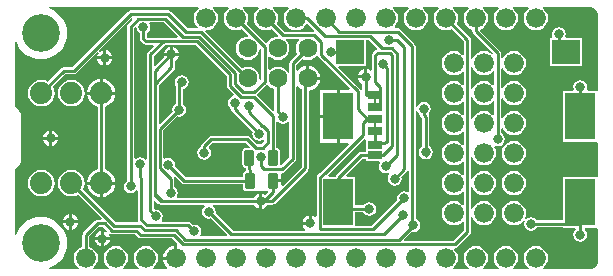
<source format=gbl>
G04 Layer_Physical_Order=2*
G04 Layer_Color=16711680*
%FSLAX44Y44*%
%MOMM*%
G71*
G01*
G75*
%ADD10R,2.5000X4.0000*%
%ADD11R,2.3400X2.0000*%
%ADD16C,0.2200*%
%ADD17C,0.2500*%
%ADD18C,0.2032*%
%ADD19C,1.6760*%
%ADD20C,3.2004*%
%ADD21C,1.6764*%
%ADD22C,1.8796*%
%ADD23C,1.6000*%
%ADD24C,0.8000*%
%ADD25R,1.2700X0.6350*%
G04:AMPARAMS|DCode=26|XSize=1.3mm|YSize=0.8mm|CornerRadius=0.1mm|HoleSize=0mm|Usage=FLASHONLY|Rotation=270.000|XOffset=0mm|YOffset=0mm|HoleType=Round|Shape=RoundedRectangle|*
%AMROUNDEDRECTD26*
21,1,1.3000,0.6000,0,0,270.0*
21,1,1.1000,0.8000,0,0,270.0*
1,1,0.2000,-0.3000,-0.5500*
1,1,0.2000,-0.3000,0.5500*
1,1,0.2000,0.3000,0.5500*
1,1,0.2000,0.3000,-0.5500*
%
%ADD26ROUNDEDRECTD26*%
G36*
X192479Y44824D02*
X193410Y43610D01*
X195458Y42040D01*
X197443Y41217D01*
Y23535D01*
X196173Y23008D01*
X182746Y36435D01*
X182789Y36876D01*
X190825Y44911D01*
X192479Y44824D01*
D02*
G37*
G36*
X366158Y32966D02*
X367789Y30840D01*
X369916Y29208D01*
X372392Y28182D01*
X375050Y27832D01*
X377707Y28182D01*
X380184Y29208D01*
X382310Y30840D01*
X382773Y31443D01*
X384043Y31012D01*
Y19788D01*
X382773Y19357D01*
X382310Y19960D01*
X380184Y21592D01*
X377707Y22618D01*
X375050Y22968D01*
X372392Y22618D01*
X369916Y21592D01*
X367789Y19960D01*
X366158Y17834D01*
X365383Y15963D01*
X364113Y16216D01*
Y34584D01*
X365383Y34837D01*
X366158Y32966D01*
D02*
G37*
G36*
X157143Y52675D02*
Y44428D01*
X157368Y43297D01*
X158009Y42337D01*
X163281Y37065D01*
X162863Y35687D01*
X161737Y35464D01*
X159818Y34182D01*
X158537Y32263D01*
X158086Y30000D01*
X158537Y27737D01*
X159818Y25818D01*
X161043Y25000D01*
Y24658D01*
X161268Y23526D01*
X161909Y22567D01*
X179254Y5223D01*
X178966Y3778D01*
X179417Y1515D01*
X180698Y-404D01*
X182617Y-1685D01*
X184880Y-2136D01*
X187143Y-1685D01*
X187668Y-1335D01*
X188988Y-1973D01*
X189076Y-2742D01*
X186525Y-5293D01*
X183240D01*
X176856Y1091D01*
X175897Y1732D01*
X174766Y1957D01*
X144000D01*
X142868Y1732D01*
X141909Y1091D01*
X136209Y-4609D01*
X135569Y-5568D01*
X135343Y-6700D01*
Y-7300D01*
X134119Y-8119D01*
X132837Y-10037D01*
X132387Y-12300D01*
X132837Y-14563D01*
X134119Y-16482D01*
X136037Y-17764D01*
X138300Y-18214D01*
X140563Y-17764D01*
X142482Y-16482D01*
X143764Y-14563D01*
X144214Y-12300D01*
X143764Y-10037D01*
X142482Y-8119D01*
X142464Y-8106D01*
X142339Y-6842D01*
X145225Y-3957D01*
X173541D01*
X176806Y-7222D01*
X176320Y-8395D01*
X173500D01*
X172407Y-8612D01*
X171481Y-9231D01*
X170863Y-10157D01*
X170645Y-11250D01*
Y-22250D01*
X170863Y-23342D01*
X171481Y-24269D01*
X172407Y-24887D01*
X173500Y-25105D01*
X173543D01*
Y-26452D01*
X173591Y-26691D01*
X173712Y-27610D01*
X172676Y-28109D01*
X172658Y-28112D01*
X171731Y-28731D01*
X171112Y-29657D01*
X170895Y-30750D01*
Y-33293D01*
X122755D01*
X113290Y-23829D01*
X113578Y-22384D01*
X113127Y-20121D01*
X111846Y-18202D01*
X109927Y-16920D01*
X107664Y-16470D01*
X105401Y-16920D01*
X104841Y-17295D01*
X103721Y-16696D01*
Y6575D01*
X115617Y18472D01*
X117062Y18184D01*
X119325Y18635D01*
X121244Y19916D01*
X122526Y21835D01*
X122976Y24098D01*
X122526Y26361D01*
X121244Y28280D01*
X120019Y29098D01*
Y41482D01*
X121357Y41748D01*
X123276Y43030D01*
X124558Y44949D01*
X125008Y47212D01*
X124558Y49475D01*
X123276Y51394D01*
X121357Y52675D01*
X119094Y53126D01*
X116831Y52675D01*
X114912Y51394D01*
X113631Y49475D01*
X113180Y47212D01*
X113631Y44949D01*
X114105Y44239D01*
Y29098D01*
X112880Y28280D01*
X111599Y26361D01*
X111148Y24098D01*
X111436Y22653D01*
X100894Y12112D01*
X99721Y12598D01*
Y44993D01*
X112549Y57821D01*
X113190Y58780D01*
X113415Y59912D01*
Y64980D01*
X113756Y65121D01*
X115122Y66170D01*
X115129Y66179D01*
X115139Y66186D01*
X116187Y67552D01*
X116846Y69143D01*
X116903Y69580D01*
X110474D01*
Y70850D01*
X110458D01*
Y69564D01*
X104029D01*
X104086Y69127D01*
X104228Y68785D01*
X96808Y61366D01*
X95635Y61852D01*
Y69609D01*
X105079Y79053D01*
X130765D01*
X157143Y52675D01*
D02*
G37*
G36*
X284228Y76398D02*
X284148Y75775D01*
X283880Y74950D01*
X283099Y74429D01*
X280833Y72163D01*
X280192Y71203D01*
X279967Y70072D01*
Y57855D01*
X278697Y57229D01*
X278348Y57497D01*
X276757Y58156D01*
X276320Y58213D01*
Y51784D01*
X275050D01*
Y50514D01*
X268621D01*
X268678Y50077D01*
X269337Y48486D01*
X270386Y47120D01*
X271752Y46071D01*
X272093Y45930D01*
Y41555D01*
X270916Y40799D01*
X270823Y40811D01*
X270241Y41683D01*
X251796Y60127D01*
X252283Y61300D01*
X275500D01*
Y83117D01*
X277509D01*
X284228Y76398D01*
D02*
G37*
G36*
X159191Y109900D02*
X157838Y108862D01*
X156206Y106735D01*
X155180Y104258D01*
X154830Y101600D01*
X155180Y98942D01*
X156206Y96465D01*
X157838Y94338D01*
X159965Y92706D01*
X162442Y91680D01*
X165100Y91330D01*
X167758Y91680D01*
X169936Y92582D01*
X175540Y86979D01*
X175379Y86653D01*
X174857Y85865D01*
X172442Y85548D01*
X170058Y84560D01*
X168011Y82989D01*
X166440Y80942D01*
X165452Y78558D01*
X165115Y76000D01*
X165452Y73442D01*
X166440Y71058D01*
X168011Y69010D01*
X170058Y67440D01*
X172442Y66452D01*
X175000Y66115D01*
X177558Y66452D01*
X179942Y67440D01*
X181989Y69010D01*
X183560Y71058D01*
X184548Y73442D01*
X184748Y74962D01*
X186120Y75710D01*
X186282Y75632D01*
X186495Y75378D01*
Y49374D01*
X185951Y48967D01*
X184761Y49664D01*
X184884Y50600D01*
X184548Y53158D01*
X183560Y55542D01*
X181989Y57589D01*
X179942Y59160D01*
X177558Y60148D01*
X175000Y60484D01*
X172442Y60148D01*
X170254Y59241D01*
X139263Y90233D01*
X139931Y91361D01*
X142358Y91680D01*
X144835Y92706D01*
X146962Y94338D01*
X148594Y96465D01*
X149620Y98942D01*
X149970Y101600D01*
X149620Y104258D01*
X148594Y106735D01*
X146962Y108862D01*
X145609Y109900D01*
X146040Y111170D01*
X158760D01*
X159191Y109900D01*
D02*
G37*
G36*
X366158Y58366D02*
X367789Y56240D01*
X369916Y54608D01*
X372392Y53582D01*
X375050Y53232D01*
X377707Y53582D01*
X380184Y54608D01*
X382310Y56240D01*
X382773Y56843D01*
X384043Y56412D01*
Y45188D01*
X382773Y44757D01*
X382310Y45360D01*
X380184Y46992D01*
X377707Y48018D01*
X375050Y48368D01*
X372392Y48018D01*
X369916Y46992D01*
X367789Y45360D01*
X366158Y43234D01*
X365383Y41363D01*
X364113Y41616D01*
Y59984D01*
X365383Y60237D01*
X366158Y58366D01*
D02*
G37*
G36*
X81034Y93641D02*
X81372Y91939D01*
X82654Y90020D01*
X83879Y89202D01*
Y84296D01*
X84104Y83165D01*
X84745Y82205D01*
X87031Y79919D01*
X87991Y79278D01*
X89122Y79053D01*
X95056D01*
X95542Y77880D01*
X90587Y72925D01*
X89946Y71965D01*
X89721Y70834D01*
Y-17837D01*
X88451Y-18222D01*
X88182Y-17818D01*
X86263Y-16537D01*
X84000Y-16086D01*
X81737Y-16537D01*
X80141Y-17603D01*
X78871Y-17125D01*
Y93273D01*
X79708Y94110D01*
X81034Y93641D01*
D02*
G37*
G36*
X275060Y-19635D02*
X286431D01*
X287110Y-20905D01*
X286637Y-21613D01*
X286186Y-23876D01*
X286637Y-26139D01*
X287918Y-28058D01*
X289837Y-29339D01*
X292100Y-29790D01*
X294329Y-29346D01*
X294436Y-29444D01*
X295093Y-30379D01*
X293971Y-32059D01*
X293520Y-34322D01*
X293971Y-36585D01*
X295252Y-38504D01*
X297171Y-39785D01*
X299434Y-40236D01*
X301697Y-39785D01*
X303616Y-38504D01*
X304897Y-36585D01*
X305348Y-34322D01*
X305060Y-32877D01*
X309653Y-28285D01*
X309981Y-27793D01*
X311251Y-28178D01*
Y-45398D01*
X310131Y-45997D01*
X309571Y-45623D01*
X307308Y-45172D01*
X305045Y-45623D01*
X303126Y-46904D01*
X301845Y-48823D01*
X301394Y-51086D01*
X301682Y-52531D01*
X279898Y-74314D01*
X266020D01*
Y-62933D01*
X273098D01*
X273916Y-64158D01*
X275835Y-65440D01*
X278098Y-65890D01*
X280361Y-65440D01*
X282280Y-64158D01*
X283561Y-62239D01*
X284012Y-59976D01*
X283561Y-57713D01*
X282280Y-55794D01*
X280361Y-54513D01*
X278098Y-54062D01*
X275835Y-54513D01*
X273916Y-55794D01*
X273098Y-57019D01*
X266020D01*
Y-32570D01*
X258916D01*
X258431Y-31397D01*
X272211Y-17617D01*
X275060D01*
Y-19635D01*
D02*
G37*
G36*
X56371Y-78510D02*
X55532Y-79467D01*
X55298Y-79287D01*
X53707Y-78628D01*
X53270Y-78571D01*
Y-83730D01*
X58429D01*
X58372Y-83293D01*
X57713Y-81702D01*
X57415Y-81314D01*
X58252Y-80391D01*
X59212Y-81032D01*
X60343Y-81257D01*
X79550D01*
X82383Y-84091D01*
X83343Y-84732D01*
X84474Y-84957D01*
X111118D01*
X115719Y-89558D01*
X115570Y-89860D01*
Y-101600D01*
X114300D01*
Y-102870D01*
X103451D01*
X103659Y-104451D01*
X104760Y-107108D01*
X106510Y-109390D01*
X107175Y-109900D01*
X106744Y-111170D01*
X95240D01*
X94809Y-109900D01*
X96162Y-108862D01*
X97794Y-106735D01*
X98820Y-104258D01*
X99170Y-101600D01*
X98820Y-98942D01*
X97794Y-96465D01*
X96162Y-94338D01*
X94035Y-92706D01*
X91558Y-91680D01*
X88900Y-91330D01*
X86242Y-91680D01*
X83765Y-92706D01*
X81638Y-94338D01*
X80006Y-96465D01*
X78980Y-98942D01*
X78630Y-101600D01*
X78980Y-104258D01*
X80006Y-106735D01*
X81638Y-108862D01*
X82991Y-109900D01*
X82560Y-111170D01*
X69840D01*
X69409Y-109900D01*
X70762Y-108862D01*
X72394Y-106735D01*
X73420Y-104258D01*
X73770Y-101600D01*
X73420Y-98942D01*
X72394Y-96465D01*
X70762Y-94338D01*
X68635Y-92706D01*
X66158Y-91680D01*
X63500Y-91330D01*
X60842Y-91680D01*
X58365Y-92706D01*
X56238Y-94338D01*
X54606Y-96465D01*
X53580Y-98942D01*
X53230Y-101600D01*
X53580Y-104258D01*
X54606Y-106735D01*
X56238Y-108862D01*
X57591Y-109900D01*
X57160Y-111170D01*
X44440D01*
X44009Y-109900D01*
X45362Y-108862D01*
X46994Y-106735D01*
X48020Y-104258D01*
X48370Y-101600D01*
X48020Y-98942D01*
X46994Y-96465D01*
X45362Y-94338D01*
X43235Y-92706D01*
X41057Y-91804D01*
Y-83125D01*
X49225Y-74957D01*
X52818D01*
X56371Y-78510D01*
D02*
G37*
G36*
X99477Y-55505D02*
X100436Y-56146D01*
X101568Y-56371D01*
X138299D01*
X138684Y-57641D01*
X138026Y-58080D01*
X136744Y-59999D01*
X136294Y-62262D01*
X136744Y-64525D01*
X138026Y-66444D01*
X139945Y-67726D01*
X142208Y-68176D01*
X143653Y-67888D01*
X157634Y-81870D01*
X157148Y-83043D01*
X135621D01*
X135022Y-81923D01*
X135463Y-81263D01*
X135914Y-79000D01*
X135463Y-76737D01*
X134182Y-74818D01*
X132263Y-73537D01*
X130000Y-73086D01*
X128736Y-73338D01*
X127049Y-71651D01*
X126040Y-70977D01*
X124850Y-70740D01*
X102931D01*
X102253Y-69470D01*
X102842Y-68589D01*
X103292Y-66326D01*
X102842Y-64063D01*
X101560Y-62144D01*
X99641Y-60862D01*
X97378Y-60412D01*
X96857Y-60516D01*
X95635Y-59488D01*
Y-53322D01*
X96808Y-52836D01*
X99477Y-55505D01*
D02*
G37*
G36*
X200818Y13818D02*
X202737Y12536D01*
X205000Y12086D01*
X207263Y12536D01*
X209101Y13765D01*
X210025Y13563D01*
X210371Y13457D01*
Y-16079D01*
X203513Y-22938D01*
X202400Y-22343D01*
X202355Y-22250D01*
Y-11250D01*
X202138Y-10157D01*
X201519Y-9231D01*
X200592Y-8612D01*
X199500Y-8395D01*
X199457D01*
Y13570D01*
X200727Y13956D01*
X200818Y13818D01*
D02*
G37*
G36*
X275060Y-1174D02*
Y-11703D01*
X270986D01*
X269855Y-11928D01*
X268895Y-12569D01*
X249629Y-31835D01*
X249138Y-32570D01*
X243663D01*
X243137Y-31300D01*
X273790Y-648D01*
X275060Y-1174D01*
D02*
G37*
G36*
X218283Y43083D02*
X220484Y41393D01*
X220785Y41269D01*
Y-24461D01*
X204629Y-40617D01*
X203359Y-40091D01*
Y-37520D01*
X196750D01*
Y-34980D01*
X203359D01*
Y-30750D01*
X203287Y-30387D01*
X203858Y-29691D01*
X204379Y-29366D01*
X205315Y-29180D01*
X206275Y-28539D01*
X215419Y-19395D01*
X216060Y-18435D01*
X216285Y-17304D01*
Y43600D01*
X217555Y44031D01*
X218283Y43083D01*
D02*
G37*
G36*
X116079Y86140D02*
X115593Y84967D01*
X90347D01*
X89793Y85521D01*
Y89202D01*
X91018Y90020D01*
X92299Y91939D01*
X92750Y94202D01*
X92299Y96465D01*
X91925Y97025D01*
X92524Y98145D01*
X104073D01*
X116079Y86140D01*
D02*
G37*
G36*
X184591Y109900D02*
X183238Y108862D01*
X181606Y106735D01*
X180580Y104258D01*
X180230Y101600D01*
X180580Y98942D01*
X181606Y96465D01*
X183238Y94338D01*
X185365Y92706D01*
X187842Y91680D01*
X190500Y91330D01*
X193158Y91680D01*
X195336Y92582D01*
X200940Y86979D01*
X200779Y86653D01*
X200257Y85865D01*
X197842Y85548D01*
X195458Y84560D01*
X193410Y82989D01*
X191840Y80942D01*
X191721Y80654D01*
X190475Y80407D01*
X174118Y96764D01*
X175020Y98942D01*
X175370Y101600D01*
X175020Y104258D01*
X173994Y106735D01*
X172362Y108862D01*
X171009Y109900D01*
X171440Y111170D01*
X184160D01*
X184591Y109900D01*
D02*
G37*
G36*
X362391D02*
X361038Y108862D01*
X359406Y106735D01*
X358380Y104258D01*
X358030Y101600D01*
X358380Y98942D01*
X359406Y96465D01*
X361038Y94338D01*
X363165Y92706D01*
X365343Y91804D01*
Y90700D01*
X365568Y89569D01*
X366209Y88609D01*
X382942Y71877D01*
X382103Y70920D01*
X380184Y72392D01*
X377707Y73418D01*
X375050Y73768D01*
X372392Y73418D01*
X369916Y72392D01*
X367789Y70760D01*
X366158Y68634D01*
X365383Y66763D01*
X364113Y67016D01*
Y83344D01*
X363888Y84475D01*
X363247Y85435D01*
X351918Y96764D01*
X352820Y98942D01*
X353170Y101600D01*
X352820Y104258D01*
X351794Y106735D01*
X350162Y108862D01*
X348809Y109900D01*
X349240Y111170D01*
X361960D01*
X362391Y109900D01*
D02*
G37*
G36*
X209991D02*
X208638Y108862D01*
X207006Y106735D01*
X205980Y104258D01*
X205630Y101600D01*
X205980Y98942D01*
X207006Y96465D01*
X208638Y94338D01*
X210765Y92706D01*
X213242Y91680D01*
X215900Y91330D01*
X218558Y91680D01*
X221035Y92706D01*
X223162Y94338D01*
X224667Y96300D01*
X225380Y96588D01*
X226043Y96720D01*
X231493Y91269D01*
X231488Y91223D01*
X230920Y90047D01*
X206235D01*
X199518Y96764D01*
X200420Y98942D01*
X200770Y101600D01*
X200420Y104258D01*
X199394Y106735D01*
X197762Y108862D01*
X196409Y109900D01*
X196840Y111170D01*
X209560D01*
X209991Y109900D01*
D02*
G37*
G36*
X133791D02*
X132438Y108862D01*
X130806Y106735D01*
X129780Y104258D01*
X129430Y101600D01*
X129780Y98942D01*
X130806Y96465D01*
X132438Y94338D01*
X132658Y94169D01*
X132250Y92967D01*
X124235D01*
X110009Y107193D01*
X109050Y107834D01*
X107918Y108059D01*
X75936D01*
X74804Y107834D01*
X73845Y107193D01*
X26473Y59821D01*
X19164D01*
X18032Y59596D01*
X17073Y58955D01*
X6014Y47895D01*
X3323Y49010D01*
X400Y49395D01*
X-2524Y49010D01*
X-5247Y47881D01*
X-7587Y46087D01*
X-9382Y43747D01*
X-10510Y41023D01*
X-10895Y38100D01*
X-10510Y35177D01*
X-9382Y32453D01*
X-7587Y30113D01*
X-5247Y28319D01*
X-2524Y27190D01*
X400Y26805D01*
X3323Y27190D01*
X6047Y28319D01*
X8386Y30113D01*
X10181Y32453D01*
X11310Y35177D01*
X11694Y38100D01*
X11310Y41023D01*
X10195Y43714D01*
X20389Y53907D01*
X27698D01*
X28829Y54132D01*
X29788Y54773D01*
X47917Y72902D01*
X48874Y72062D01*
X48287Y71298D01*
X47628Y69707D01*
X47571Y69270D01*
X52730D01*
Y74429D01*
X52293Y74372D01*
X50702Y73713D01*
X49938Y73126D01*
X49098Y74083D01*
X76584Y101569D01*
X76940Y101502D01*
X77364Y100130D01*
X73823Y96589D01*
X73182Y95630D01*
X72957Y94498D01*
Y-35926D01*
X71732Y-36744D01*
X70451Y-38663D01*
X70000Y-40926D01*
X70451Y-43189D01*
X71732Y-45108D01*
X73651Y-46389D01*
X75914Y-46840D01*
X78177Y-46389D01*
X80096Y-45108D01*
X80620Y-44322D01*
X81890Y-44708D01*
Y-69131D01*
X82078Y-70073D01*
X81612Y-70944D01*
X81283Y-71343D01*
X63225D01*
X35595Y-43714D01*
X36710Y-41023D01*
X37094Y-38100D01*
X36710Y-35177D01*
X35581Y-32453D01*
X33786Y-30113D01*
X31447Y-28319D01*
X28723Y-27190D01*
X25800Y-26805D01*
X22877Y-27190D01*
X20152Y-28319D01*
X17813Y-30113D01*
X16018Y-32453D01*
X14890Y-35177D01*
X14505Y-38100D01*
X14890Y-41023D01*
X16018Y-43747D01*
X17813Y-46087D01*
X20152Y-47881D01*
X22877Y-49010D01*
X25800Y-49395D01*
X28723Y-49010D01*
X31414Y-47895D01*
X51388Y-67870D01*
X50902Y-69043D01*
X48000D01*
X46869Y-69268D01*
X45909Y-69909D01*
X36009Y-79809D01*
X35368Y-80768D01*
X35143Y-81900D01*
Y-91804D01*
X32965Y-92706D01*
X30838Y-94338D01*
X29206Y-96465D01*
X28180Y-98942D01*
X27830Y-101600D01*
X28180Y-104258D01*
X29206Y-106735D01*
X30838Y-108862D01*
X32191Y-109900D01*
X31760Y-111170D01*
X7162D01*
X6974Y-109900D01*
X8506Y-109435D01*
X12349Y-107381D01*
X15717Y-104617D01*
X18481Y-101249D01*
X20535Y-97406D01*
X21800Y-93236D01*
X22227Y-88900D01*
X21800Y-84564D01*
X20535Y-80394D01*
X18481Y-76551D01*
X15717Y-73183D01*
X12349Y-70419D01*
X8506Y-68365D01*
X4336Y-67100D01*
X0Y-66673D01*
X-4336Y-67100D01*
X-8506Y-68365D01*
X-12349Y-70419D01*
X-15717Y-73183D01*
X-18481Y-76551D01*
X-20535Y-80394D01*
X-20998Y-81919D01*
X-22268Y-81731D01*
Y-26599D01*
X-18187Y-22518D01*
X-18186Y-22518D01*
X-17756Y-21874D01*
X-17508Y-21503D01*
X-17508Y-21503D01*
X-17508Y-21503D01*
X-17433Y-21126D01*
X-17270Y-20305D01*
X-17270Y-20305D01*
Y20700D01*
X-17270Y20700D01*
X-17508Y21898D01*
X-18186Y22913D01*
X-22270Y26997D01*
Y81738D01*
X-21000Y81926D01*
X-20535Y80394D01*
X-18481Y76551D01*
X-15717Y73183D01*
X-12349Y70419D01*
X-8506Y68365D01*
X-4336Y67100D01*
X0Y66673D01*
X4336Y67100D01*
X8506Y68365D01*
X12349Y70419D01*
X15717Y73183D01*
X18481Y76551D01*
X20535Y80394D01*
X21800Y84564D01*
X22227Y88900D01*
X21800Y93236D01*
X20535Y97406D01*
X18481Y101249D01*
X15717Y104617D01*
X12349Y107381D01*
X8506Y109435D01*
X6974Y109900D01*
X7162Y111170D01*
X133360D01*
X133791Y109900D01*
D02*
G37*
G36*
X464025Y111161D02*
X464025Y111161D01*
Y111161D01*
X465233Y111018D01*
X466085Y110906D01*
X467948Y110134D01*
X469548Y108907D01*
X470775Y107307D01*
X471547Y105444D01*
X471795Y103564D01*
X471795Y103564D01*
X471795D01*
X471810Y103549D01*
X471829Y41105D01*
X470560Y40170D01*
X463118D01*
X462294Y41440D01*
X462634Y43148D01*
X462184Y45411D01*
X460902Y47330D01*
X458983Y48611D01*
X456720Y49062D01*
X454457Y48611D01*
X452539Y47330D01*
X451257Y45411D01*
X450807Y43148D01*
X451147Y41440D01*
X450323Y40170D01*
X442421D01*
Y-3430D01*
X470573D01*
X471020Y-3430D01*
X471844Y-4359D01*
X471852Y-31645D01*
X470582Y-32570D01*
X442421D01*
Y-69719D01*
X420004D01*
X419186Y-68494D01*
X417267Y-67213D01*
X415004Y-66762D01*
X412741Y-67213D01*
X410822Y-68494D01*
X410696Y-68684D01*
X409571Y-68082D01*
X410368Y-66157D01*
X410718Y-63500D01*
X410368Y-60842D01*
X409342Y-58366D01*
X407710Y-56240D01*
X405584Y-54608D01*
X403107Y-53582D01*
X400450Y-53232D01*
X397792Y-53582D01*
X395316Y-54608D01*
X393189Y-56240D01*
X391558Y-58366D01*
X390532Y-60842D01*
X390182Y-63500D01*
X390532Y-66157D01*
X391558Y-68634D01*
X393189Y-70760D01*
X395316Y-72392D01*
X397792Y-73418D01*
X400450Y-73768D01*
X403107Y-73418D01*
X405584Y-72392D01*
X407710Y-70760D01*
X408473Y-69767D01*
X409540Y-70413D01*
X409090Y-72676D01*
X409540Y-74939D01*
X410822Y-76858D01*
X412741Y-78140D01*
X415004Y-78590D01*
X417267Y-78140D01*
X419186Y-76858D01*
X420004Y-75633D01*
X442421D01*
Y-76170D01*
X452450D01*
X452836Y-77440D01*
X452539Y-77638D01*
X451257Y-79557D01*
X450807Y-81820D01*
X451257Y-84083D01*
X452539Y-86002D01*
X454457Y-87283D01*
X456720Y-87734D01*
X458983Y-87283D01*
X460902Y-86002D01*
X462184Y-84083D01*
X462634Y-81820D01*
X462184Y-79557D01*
X460902Y-77638D01*
X460605Y-77440D01*
X460991Y-76170D01*
X470596D01*
X471020Y-76170D01*
X471866Y-77090D01*
X471874Y-102310D01*
X471795Y-103564D01*
X471795D01*
X471795Y-103564D01*
X471547Y-105444D01*
X470775Y-107307D01*
X469548Y-108907D01*
X467948Y-110134D01*
X466085Y-110906D01*
X465233Y-111018D01*
X464025Y-111161D01*
X464025Y-111161D01*
X462762Y-111170D01*
X425440D01*
X425009Y-109900D01*
X426362Y-108862D01*
X427994Y-106735D01*
X429020Y-104258D01*
X429370Y-101600D01*
X429020Y-98942D01*
X427994Y-96465D01*
X426362Y-94338D01*
X424235Y-92706D01*
X421758Y-91680D01*
X419100Y-91330D01*
X416442Y-91680D01*
X413965Y-92706D01*
X411838Y-94338D01*
X410206Y-96465D01*
X409180Y-98942D01*
X408830Y-101600D01*
X409180Y-104258D01*
X410206Y-106735D01*
X411838Y-108862D01*
X413191Y-109900D01*
X412760Y-111170D01*
X400040D01*
X399609Y-109900D01*
X400962Y-108862D01*
X402594Y-106735D01*
X403620Y-104258D01*
X403970Y-101600D01*
X403620Y-98942D01*
X402594Y-96465D01*
X400962Y-94338D01*
X398835Y-92706D01*
X396358Y-91680D01*
X393700Y-91330D01*
X391042Y-91680D01*
X388565Y-92706D01*
X386438Y-94338D01*
X384806Y-96465D01*
X383780Y-98942D01*
X383430Y-101600D01*
X383780Y-104258D01*
X384806Y-106735D01*
X386438Y-108862D01*
X387791Y-109900D01*
X387360Y-111170D01*
X374640D01*
X374209Y-109900D01*
X375562Y-108862D01*
X377194Y-106735D01*
X378220Y-104258D01*
X378570Y-101600D01*
X378220Y-98942D01*
X377194Y-96465D01*
X375562Y-94338D01*
X373435Y-92706D01*
X370958Y-91680D01*
X368300Y-91330D01*
X365642Y-91680D01*
X363165Y-92706D01*
X361038Y-94338D01*
X359406Y-96465D01*
X358380Y-98942D01*
X358030Y-101600D01*
X358380Y-104258D01*
X359406Y-106735D01*
X361038Y-108862D01*
X362391Y-109900D01*
X361960Y-111170D01*
X349240D01*
X348809Y-109900D01*
X350162Y-108862D01*
X351794Y-106735D01*
X352820Y-104258D01*
X353170Y-101600D01*
X352820Y-98942D01*
X351794Y-96465D01*
X350162Y-94338D01*
X349929Y-94159D01*
X350226Y-93285D01*
X350446Y-92955D01*
X351567Y-92732D01*
X352527Y-92091D01*
X363247Y-81371D01*
X363888Y-80412D01*
X364113Y-79280D01*
Y-67016D01*
X365383Y-66763D01*
X366158Y-68634D01*
X367789Y-70760D01*
X369916Y-72392D01*
X372392Y-73418D01*
X375050Y-73768D01*
X377707Y-73418D01*
X380184Y-72392D01*
X382310Y-70760D01*
X383942Y-68634D01*
X384968Y-66157D01*
X385318Y-63500D01*
X384968Y-60842D01*
X383942Y-58366D01*
X382310Y-56240D01*
X380184Y-54608D01*
X377707Y-53582D01*
X375050Y-53232D01*
X372392Y-53582D01*
X369916Y-54608D01*
X367789Y-56240D01*
X366158Y-58366D01*
X365383Y-60237D01*
X364113Y-59984D01*
Y-41616D01*
X365383Y-41363D01*
X366158Y-43234D01*
X367789Y-45360D01*
X369916Y-46992D01*
X372392Y-48018D01*
X375050Y-48368D01*
X377707Y-48018D01*
X380184Y-46992D01*
X382310Y-45360D01*
X383942Y-43234D01*
X384968Y-40757D01*
X385318Y-38100D01*
X384968Y-35443D01*
X383942Y-32966D01*
X382310Y-30840D01*
X380184Y-29208D01*
X377707Y-28182D01*
X375050Y-27832D01*
X372392Y-28182D01*
X369916Y-29208D01*
X367789Y-30840D01*
X366158Y-32966D01*
X365383Y-34837D01*
X364113Y-34584D01*
Y-16216D01*
X365383Y-15963D01*
X366158Y-17834D01*
X367789Y-19960D01*
X369916Y-21592D01*
X372392Y-22618D01*
X375050Y-22968D01*
X377707Y-22618D01*
X380184Y-21592D01*
X382310Y-19960D01*
X383942Y-17834D01*
X384968Y-15358D01*
X385318Y-12700D01*
X384968Y-10043D01*
X383942Y-7566D01*
X383774Y-7348D01*
X384654Y-6408D01*
X384737Y-6464D01*
X387000Y-6914D01*
X389263Y-6464D01*
X391182Y-5182D01*
X392463Y-3263D01*
X392914Y-1000D01*
X392463Y1263D01*
X391182Y3182D01*
X389957Y4000D01*
Y8112D01*
X391227Y8365D01*
X391558Y7566D01*
X393189Y5440D01*
X395316Y3808D01*
X397792Y2782D01*
X400450Y2432D01*
X403107Y2782D01*
X405584Y3808D01*
X407710Y5440D01*
X409342Y7566D01*
X410368Y10043D01*
X410718Y12700D01*
X410368Y15358D01*
X409342Y17834D01*
X407710Y19960D01*
X405584Y21592D01*
X403107Y22618D01*
X400450Y22968D01*
X397792Y22618D01*
X395316Y21592D01*
X393189Y19960D01*
X391558Y17834D01*
X391227Y17035D01*
X389957Y17288D01*
Y33512D01*
X391227Y33765D01*
X391558Y32966D01*
X393189Y30840D01*
X395316Y29208D01*
X397792Y28182D01*
X400450Y27832D01*
X403107Y28182D01*
X405584Y29208D01*
X407710Y30840D01*
X409342Y32966D01*
X410368Y35443D01*
X410718Y38100D01*
X410368Y40757D01*
X409342Y43234D01*
X407710Y45360D01*
X405584Y46992D01*
X403107Y48018D01*
X400450Y48368D01*
X397792Y48018D01*
X395316Y46992D01*
X393189Y45360D01*
X391558Y43234D01*
X391227Y42435D01*
X389957Y42688D01*
Y58912D01*
X391227Y59165D01*
X391558Y58366D01*
X393189Y56240D01*
X395316Y54608D01*
X397792Y53582D01*
X400450Y53232D01*
X403107Y53582D01*
X405584Y54608D01*
X407710Y56240D01*
X409342Y58366D01*
X410368Y60842D01*
X410718Y63500D01*
X410368Y66157D01*
X409342Y68634D01*
X407710Y70760D01*
X405584Y72392D01*
X403107Y73418D01*
X400450Y73768D01*
X397792Y73418D01*
X395316Y72392D01*
X393189Y70760D01*
X391558Y68634D01*
X391227Y67835D01*
X389957Y68088D01*
Y72000D01*
X389732Y73132D01*
X389091Y74091D01*
X372150Y91031D01*
X372398Y92277D01*
X373435Y92706D01*
X375562Y94338D01*
X377194Y96465D01*
X378220Y98942D01*
X378570Y101600D01*
X378220Y104258D01*
X377194Y106735D01*
X375562Y108862D01*
X374209Y109900D01*
X374640Y111170D01*
X387360D01*
X387791Y109900D01*
X386438Y108862D01*
X384806Y106735D01*
X383780Y104258D01*
X383430Y101600D01*
X383780Y98942D01*
X384806Y96465D01*
X386438Y94338D01*
X388565Y92706D01*
X391042Y91680D01*
X393700Y91330D01*
X396358Y91680D01*
X398835Y92706D01*
X400962Y94338D01*
X402594Y96465D01*
X403620Y98942D01*
X403970Y101600D01*
X403620Y104258D01*
X402594Y106735D01*
X400962Y108862D01*
X399609Y109900D01*
X400040Y111170D01*
X412760D01*
X413191Y109900D01*
X411838Y108862D01*
X410206Y106735D01*
X409180Y104258D01*
X408830Y101600D01*
X409180Y98942D01*
X410206Y96465D01*
X411838Y94338D01*
X413965Y92706D01*
X416442Y91680D01*
X419100Y91330D01*
X421758Y91680D01*
X424235Y92706D01*
X426362Y94338D01*
X427994Y96465D01*
X429020Y98942D01*
X429370Y101600D01*
X429020Y104258D01*
X427994Y106735D01*
X426362Y108862D01*
X425009Y109900D01*
X425440Y111170D01*
X462762D01*
X464025Y111161D01*
D02*
G37*
G36*
X336991Y109900D02*
X335638Y108862D01*
X334006Y106735D01*
X332980Y104258D01*
X332630Y101600D01*
X332980Y98942D01*
X334006Y96465D01*
X335638Y94338D01*
X337765Y92706D01*
X340242Y91680D01*
X342900Y91330D01*
X345558Y91680D01*
X347736Y92582D01*
X358199Y82119D01*
Y71056D01*
X356997Y70648D01*
X356910Y70760D01*
X354784Y72392D01*
X352307Y73418D01*
X349650Y73768D01*
X346992Y73418D01*
X344516Y72392D01*
X342389Y70760D01*
X340758Y68634D01*
X339732Y66157D01*
X339382Y63500D01*
X339732Y60842D01*
X340758Y58366D01*
X342389Y56240D01*
X344516Y54608D01*
X346992Y53582D01*
X349650Y53232D01*
X352307Y53582D01*
X354784Y54608D01*
X356910Y56240D01*
X356997Y56352D01*
X358199Y55944D01*
Y45656D01*
X356997Y45248D01*
X356910Y45360D01*
X354784Y46992D01*
X352307Y48018D01*
X349650Y48368D01*
X346992Y48018D01*
X344516Y46992D01*
X342389Y45360D01*
X340758Y43234D01*
X339732Y40757D01*
X339382Y38100D01*
X339732Y35443D01*
X340758Y32966D01*
X342389Y30840D01*
X344516Y29208D01*
X346992Y28182D01*
X349650Y27832D01*
X352307Y28182D01*
X354784Y29208D01*
X356910Y30840D01*
X356997Y30952D01*
X358199Y30544D01*
Y20256D01*
X356997Y19848D01*
X356910Y19960D01*
X354784Y21592D01*
X352307Y22618D01*
X349650Y22968D01*
X346992Y22618D01*
X344516Y21592D01*
X342389Y19960D01*
X340758Y17834D01*
X339732Y15358D01*
X339382Y12700D01*
X339732Y10043D01*
X340758Y7566D01*
X342389Y5440D01*
X344516Y3808D01*
X346992Y2782D01*
X349650Y2432D01*
X352307Y2782D01*
X354784Y3808D01*
X356910Y5440D01*
X356997Y5552D01*
X358199Y5144D01*
Y-5144D01*
X356997Y-5552D01*
X356910Y-5440D01*
X354784Y-3808D01*
X352307Y-2782D01*
X349650Y-2432D01*
X346992Y-2782D01*
X344516Y-3808D01*
X342389Y-5440D01*
X340758Y-7566D01*
X339732Y-10043D01*
X339382Y-12700D01*
X339732Y-15358D01*
X340758Y-17834D01*
X342389Y-19960D01*
X344516Y-21592D01*
X346992Y-22618D01*
X349650Y-22968D01*
X352307Y-22618D01*
X354784Y-21592D01*
X356910Y-19960D01*
X356997Y-19848D01*
X358199Y-20256D01*
Y-30544D01*
X356997Y-30952D01*
X356910Y-30840D01*
X354784Y-29208D01*
X352307Y-28182D01*
X349650Y-27832D01*
X346992Y-28182D01*
X344516Y-29208D01*
X342389Y-30840D01*
X340758Y-32966D01*
X339732Y-35443D01*
X339382Y-38100D01*
X339732Y-40757D01*
X340758Y-43234D01*
X342389Y-45360D01*
X344516Y-46992D01*
X346992Y-48018D01*
X349650Y-48368D01*
X352307Y-48018D01*
X354784Y-46992D01*
X356910Y-45360D01*
X356997Y-45248D01*
X358199Y-45656D01*
Y-55944D01*
X356997Y-56352D01*
X356910Y-56240D01*
X354784Y-54608D01*
X352307Y-53582D01*
X349650Y-53232D01*
X346992Y-53582D01*
X344516Y-54608D01*
X342389Y-56240D01*
X340758Y-58366D01*
X339732Y-60842D01*
X339382Y-63500D01*
X339732Y-66157D01*
X340758Y-68634D01*
X342389Y-70760D01*
X344516Y-72392D01*
X346992Y-73418D01*
X349650Y-73768D01*
X352307Y-73418D01*
X354784Y-72392D01*
X356910Y-70760D01*
X356997Y-70648D01*
X358199Y-71056D01*
Y-78055D01*
X349211Y-87043D01*
X307926D01*
X307440Y-85870D01*
X313769Y-79540D01*
X315214Y-79828D01*
X317477Y-79377D01*
X319396Y-78096D01*
X320677Y-76177D01*
X321128Y-73914D01*
X320677Y-71651D01*
X319396Y-69732D01*
X317477Y-68450D01*
X317165Y-68388D01*
Y23119D01*
X318435Y23244D01*
X318536Y22737D01*
X319818Y20818D01*
X321043Y20000D01*
X321268Y18869D01*
X321909Y17910D01*
X323043Y16775D01*
Y-7000D01*
X321818Y-7818D01*
X320536Y-9737D01*
X320086Y-12000D01*
X320536Y-14263D01*
X321818Y-16182D01*
X323737Y-17464D01*
X324776Y-17670D01*
X324869Y-17732D01*
X326000Y-17957D01*
X327132Y-17732D01*
X327224Y-17670D01*
X328263Y-17464D01*
X330182Y-16182D01*
X331464Y-14263D01*
X331914Y-12000D01*
X331464Y-9737D01*
X330182Y-7818D01*
X328957Y-7000D01*
Y18000D01*
X328732Y19131D01*
X328488Y19496D01*
X328181Y20818D01*
X329463Y22737D01*
X329913Y25000D01*
X329463Y27263D01*
X328181Y29181D01*
X326262Y30463D01*
X323999Y30914D01*
X321736Y30463D01*
X319818Y29181D01*
X318536Y27263D01*
X318435Y26756D01*
X317165Y26881D01*
Y78000D01*
X316940Y79131D01*
X316299Y80091D01*
X316215Y80147D01*
X304091Y92271D01*
X303132Y92912D01*
X302000Y93137D01*
X299770D01*
X299489Y93962D01*
X299415Y94407D01*
X300994Y96465D01*
X302020Y98942D01*
X302370Y101600D01*
X302020Y104258D01*
X300994Y106735D01*
X299362Y108862D01*
X298009Y109900D01*
X298440Y111170D01*
X311160D01*
X311591Y109900D01*
X310238Y108862D01*
X308606Y106735D01*
X307580Y104258D01*
X307230Y101600D01*
X307580Y98942D01*
X308606Y96465D01*
X310238Y94338D01*
X312365Y92706D01*
X314842Y91680D01*
X317500Y91330D01*
X320158Y91680D01*
X322635Y92706D01*
X324762Y94338D01*
X326394Y96465D01*
X327420Y98942D01*
X327770Y101600D01*
X327420Y104258D01*
X326394Y106735D01*
X324762Y108862D01*
X323409Y109900D01*
X323840Y111170D01*
X336560D01*
X336991Y109900D01*
D02*
G37*
G36*
X218483Y83954D02*
X218714Y82863D01*
X217240Y80942D01*
X216252Y78558D01*
X215915Y76000D01*
X216252Y73442D01*
X217075Y71456D01*
X211237Y65619D01*
X210596Y64660D01*
X210371Y63528D01*
Y55454D01*
X209101Y55202D01*
X208960Y55542D01*
X207389Y57589D01*
X205342Y59160D01*
X202958Y60148D01*
X200400Y60484D01*
X197842Y60148D01*
X195458Y59160D01*
X193679Y57795D01*
X192409Y58201D01*
Y68399D01*
X193679Y68804D01*
X195458Y67440D01*
X197842Y66452D01*
X200400Y66115D01*
X202958Y66452D01*
X205342Y67440D01*
X207389Y69010D01*
X208960Y71058D01*
X209948Y73442D01*
X210284Y76000D01*
X209948Y78558D01*
X208960Y80942D01*
X207486Y82863D01*
X207717Y83954D01*
X207778Y84133D01*
X218422D01*
X218483Y83954D01*
D02*
G37*
G36*
X234530Y69193D02*
X234859Y68701D01*
X261477Y42084D01*
X260991Y40910D01*
X252990D01*
Y18370D01*
Y-4170D01*
X260245D01*
X260731Y-5343D01*
X238559Y-27515D01*
X234534Y-30563D01*
X234399Y-30716D01*
X234229Y-30830D01*
X234019Y-31144D01*
X233768Y-31426D01*
X233701Y-31619D01*
X233588Y-31789D01*
X233514Y-32159D01*
X233391Y-32516D01*
X233403Y-32720D01*
X233363Y-32920D01*
Y-66271D01*
X232093Y-66897D01*
X231298Y-66287D01*
X229707Y-65628D01*
X229270Y-65571D01*
Y-72000D01*
X228000D01*
Y-73270D01*
X221571D01*
X221628Y-73707D01*
X222287Y-75298D01*
X223336Y-76664D01*
X223830Y-77044D01*
X223399Y-78314D01*
X162442D01*
X147834Y-63707D01*
X148122Y-62262D01*
X147671Y-59999D01*
X146390Y-58080D01*
X145732Y-57641D01*
X146117Y-56371D01*
X180146D01*
X180287Y-56712D01*
X181336Y-58078D01*
X182702Y-59127D01*
X184293Y-59786D01*
X184730Y-59843D01*
Y-53414D01*
Y-46985D01*
X184293Y-47042D01*
X182702Y-47702D01*
X181336Y-48750D01*
X180287Y-50116D01*
X180146Y-50457D01*
X115638D01*
X115039Y-49337D01*
X115414Y-48777D01*
X115864Y-46514D01*
X115414Y-44251D01*
X114132Y-42332D01*
X112907Y-41514D01*
Y-34576D01*
X112682Y-33444D01*
X112551Y-33248D01*
X113537Y-32439D01*
X119439Y-38341D01*
X120398Y-38982D01*
X121530Y-39207D01*
X170895D01*
Y-41750D01*
X171112Y-42842D01*
X171731Y-43769D01*
X172658Y-44387D01*
X173750Y-44605D01*
X179750D01*
X180842Y-44387D01*
X181019Y-44269D01*
X181500Y-44750D01*
X191774D01*
X191888Y-44882D01*
X192094Y-46226D01*
X190046Y-48275D01*
X189298Y-47702D01*
X187707Y-47042D01*
X187270Y-46985D01*
Y-53414D01*
Y-59843D01*
X187707Y-59786D01*
X189298Y-59127D01*
X190664Y-58078D01*
X191713Y-56712D01*
X191854Y-56371D01*
X196014D01*
X197145Y-56146D01*
X198105Y-55505D01*
X225833Y-27777D01*
X226474Y-26818D01*
X226699Y-25686D01*
Y40087D01*
X228551Y40331D01*
X231115Y41393D01*
X233317Y43083D01*
X235007Y45284D01*
X236069Y47848D01*
X236264Y49330D01*
X225800D01*
Y50600D01*
X224530D01*
Y61064D01*
X223048Y60869D01*
X220484Y59806D01*
X218283Y58117D01*
X217555Y57168D01*
X216285Y57600D01*
Y62303D01*
X221256Y67274D01*
X223242Y66452D01*
X225800Y66115D01*
X228358Y66452D01*
X230742Y67440D01*
X232789Y69010D01*
X233077Y69385D01*
X234530Y69193D01*
D02*
G37*
%LPC*%
G36*
X49930Y-39370D02*
X39326D01*
X39569Y-41217D01*
X40772Y-44120D01*
X42685Y-46614D01*
X45179Y-48528D01*
X48083Y-49731D01*
X49930Y-49974D01*
Y-39370D01*
D02*
G37*
G36*
X26270Y-64571D02*
Y-69730D01*
X31429D01*
X31372Y-69293D01*
X30713Y-67702D01*
X29664Y-66336D01*
X28298Y-65287D01*
X26707Y-64628D01*
X26270Y-64571D01*
D02*
G37*
G36*
X23730D02*
X23293Y-64628D01*
X21702Y-65287D01*
X20336Y-66336D01*
X19287Y-67702D01*
X18628Y-69293D01*
X18571Y-69730D01*
X23730D01*
Y-64571D01*
D02*
G37*
G36*
X60429Y66730D02*
X55270D01*
Y61571D01*
X55707Y61628D01*
X57298Y62287D01*
X58664Y63336D01*
X59713Y64702D01*
X60372Y66293D01*
X60429Y66730D01*
D02*
G37*
G36*
X400Y-26805D02*
X-2524Y-27190D01*
X-5247Y-28319D01*
X-7587Y-30113D01*
X-9382Y-32453D01*
X-10510Y-35177D01*
X-10895Y-38100D01*
X-10510Y-41023D01*
X-9382Y-43747D01*
X-7587Y-46087D01*
X-5247Y-47881D01*
X-2524Y-49010D01*
X400Y-49395D01*
X3323Y-49010D01*
X6047Y-47881D01*
X8386Y-46087D01*
X10181Y-43747D01*
X11310Y-41023D01*
X11694Y-38100D01*
X11310Y-35177D01*
X10181Y-32453D01*
X8386Y-30113D01*
X6047Y-28319D01*
X3323Y-27190D01*
X400Y-26805D01*
D02*
G37*
G36*
X63074Y-39370D02*
X52470D01*
Y-49974D01*
X54316Y-49731D01*
X57220Y-48528D01*
X59714Y-46614D01*
X61628Y-44120D01*
X62831Y-41217D01*
X63074Y-39370D01*
D02*
G37*
G36*
X400450Y-27832D02*
X397792Y-28182D01*
X395316Y-29208D01*
X393189Y-30840D01*
X391558Y-32966D01*
X390532Y-35443D01*
X390182Y-38100D01*
X390532Y-40757D01*
X391558Y-43234D01*
X393189Y-45360D01*
X395316Y-46992D01*
X397792Y-48018D01*
X400450Y-48368D01*
X403107Y-48018D01*
X405584Y-46992D01*
X407710Y-45360D01*
X409342Y-43234D01*
X410368Y-40757D01*
X410718Y-38100D01*
X410368Y-35443D01*
X409342Y-32966D01*
X407710Y-30840D01*
X405584Y-29208D01*
X403107Y-28182D01*
X400450Y-27832D01*
D02*
G37*
G36*
X226730Y-65571D02*
X226293Y-65628D01*
X224702Y-66287D01*
X223336Y-67336D01*
X222287Y-68702D01*
X221628Y-70293D01*
X221571Y-70730D01*
X226730D01*
Y-65571D01*
D02*
G37*
G36*
X58429Y-86270D02*
X53270D01*
Y-91429D01*
X53707Y-91372D01*
X55298Y-90713D01*
X56664Y-89664D01*
X57713Y-88298D01*
X58372Y-86707D01*
X58429Y-86270D01*
D02*
G37*
G36*
X50730Y-78571D02*
X50293Y-78628D01*
X48702Y-79287D01*
X47336Y-80336D01*
X46287Y-81702D01*
X45628Y-83293D01*
X45571Y-83730D01*
X50730D01*
Y-78571D01*
D02*
G37*
G36*
X113030Y-90751D02*
X111449Y-90959D01*
X108792Y-92060D01*
X106510Y-93810D01*
X104760Y-96092D01*
X103659Y-98749D01*
X103451Y-100330D01*
X113030D01*
Y-90751D01*
D02*
G37*
G36*
X50730Y-86270D02*
X45571D01*
X45628Y-86707D01*
X46287Y-88298D01*
X47336Y-89664D01*
X48702Y-90713D01*
X50293Y-91372D01*
X50730Y-91429D01*
Y-86270D01*
D02*
G37*
G36*
X23730Y-72270D02*
X18571D01*
X18628Y-72707D01*
X19287Y-74298D01*
X20336Y-75664D01*
X21702Y-76713D01*
X23293Y-77372D01*
X23730Y-77429D01*
Y-72270D01*
D02*
G37*
G36*
X31429D02*
X26270D01*
Y-77429D01*
X26707Y-77372D01*
X28298Y-76713D01*
X29664Y-75664D01*
X30713Y-74298D01*
X31372Y-72707D01*
X31429Y-72270D01*
D02*
G37*
G36*
X52730Y66730D02*
X47571D01*
X47628Y66293D01*
X48287Y64702D01*
X49336Y63336D01*
X50702Y62287D01*
X52293Y61628D01*
X52730Y61571D01*
Y66730D01*
D02*
G37*
G36*
X438626Y94020D02*
X436363Y93569D01*
X434444Y92288D01*
X433162Y90369D01*
X432712Y88106D01*
X433097Y86170D01*
X432381Y84900D01*
X431000D01*
Y61300D01*
X458000D01*
Y84900D01*
X444871D01*
X444155Y86170D01*
X444540Y88106D01*
X444090Y90369D01*
X442808Y92288D01*
X440889Y93569D01*
X438626Y94020D01*
D02*
G37*
G36*
X109204Y77280D02*
X108767Y77222D01*
X107176Y76563D01*
X105810Y75515D01*
X105803Y75505D01*
X105794Y75498D01*
X104745Y74132D01*
X104086Y72541D01*
X104029Y72104D01*
X109204D01*
Y77280D01*
D02*
G37*
G36*
X250450Y40910D02*
X236680D01*
Y19640D01*
X250450D01*
Y40910D01*
D02*
G37*
G36*
X6858Y6429D02*
X6421Y6372D01*
X4830Y5713D01*
X3464Y4664D01*
X2415Y3298D01*
X1756Y1707D01*
X1699Y1270D01*
X6858D01*
Y6429D01*
D02*
G37*
G36*
X9398D02*
Y1270D01*
X14557D01*
X14500Y1707D01*
X13841Y3298D01*
X12792Y4664D01*
X11426Y5713D01*
X9835Y6372D01*
X9398Y6429D01*
D02*
G37*
G36*
X49930Y49974D02*
X48083Y49731D01*
X45179Y48528D01*
X42685Y46614D01*
X40772Y44120D01*
X39569Y41217D01*
X39326Y39370D01*
X49930D01*
Y49974D01*
D02*
G37*
G36*
X52470D02*
Y39370D01*
X63074D01*
X62831Y41217D01*
X61628Y44120D01*
X59714Y46614D01*
X57220Y48528D01*
X54316Y49731D01*
X52470Y49974D01*
D02*
G37*
G36*
X55270Y74429D02*
Y69270D01*
X60429D01*
X60372Y69707D01*
X59713Y71298D01*
X58664Y72664D01*
X57298Y73713D01*
X55707Y74372D01*
X55270Y74429D01*
D02*
G37*
G36*
X25800Y49395D02*
X22877Y49010D01*
X20152Y47881D01*
X17813Y46087D01*
X16018Y43747D01*
X14890Y41023D01*
X14505Y38100D01*
X14890Y35177D01*
X16018Y32453D01*
X17813Y30113D01*
X20152Y28319D01*
X22877Y27190D01*
X25800Y26805D01*
X28723Y27190D01*
X31447Y28319D01*
X33786Y30113D01*
X35581Y32453D01*
X36710Y35177D01*
X37094Y38100D01*
X36710Y41023D01*
X35581Y43747D01*
X33786Y46087D01*
X31447Y47881D01*
X28723Y49010D01*
X25800Y49395D01*
D02*
G37*
G36*
X227070Y61064D02*
Y51870D01*
X236264D01*
X236069Y53351D01*
X235007Y55915D01*
X233317Y58117D01*
X231115Y59806D01*
X228551Y60869D01*
X227070Y61064D01*
D02*
G37*
G36*
X400450Y-2432D02*
X397792Y-2782D01*
X395316Y-3808D01*
X393189Y-5440D01*
X391558Y-7566D01*
X390532Y-10043D01*
X390182Y-12700D01*
X390532Y-15358D01*
X391558Y-17834D01*
X393189Y-19960D01*
X395316Y-21592D01*
X397792Y-22618D01*
X400450Y-22968D01*
X403107Y-22618D01*
X405584Y-21592D01*
X407710Y-19960D01*
X409342Y-17834D01*
X410368Y-15358D01*
X410718Y-12700D01*
X410368Y-10043D01*
X409342Y-7566D01*
X407710Y-5440D01*
X405584Y-3808D01*
X403107Y-2782D01*
X400450Y-2432D01*
D02*
G37*
G36*
X273780Y58213D02*
X273343Y58156D01*
X271752Y57497D01*
X270386Y56448D01*
X269337Y55082D01*
X268678Y53491D01*
X268621Y53054D01*
X273780D01*
Y58213D01*
D02*
G37*
G36*
X63074Y36830D02*
X51200D01*
X39326D01*
X39569Y34983D01*
X40772Y32080D01*
X42685Y29586D01*
X45179Y27672D01*
X48083Y26469D01*
X48243Y26448D01*
Y-26448D01*
X48083Y-26469D01*
X45179Y-27672D01*
X42685Y-29586D01*
X40772Y-32080D01*
X39569Y-34983D01*
X39326Y-36830D01*
X51200D01*
X63074D01*
X62831Y-34983D01*
X61628Y-32080D01*
X59714Y-29586D01*
X57220Y-27672D01*
X54316Y-26469D01*
X54157Y-26448D01*
Y26448D01*
X54316Y26469D01*
X57220Y27672D01*
X59714Y29586D01*
X61628Y32080D01*
X62831Y34983D01*
X63074Y36830D01*
D02*
G37*
G36*
X14557Y-1270D02*
X9398D01*
Y-6429D01*
X9835Y-6372D01*
X11426Y-5713D01*
X12792Y-4664D01*
X13841Y-3298D01*
X14500Y-1707D01*
X14557Y-1270D01*
D02*
G37*
G36*
X250450Y17100D02*
X236680D01*
Y-4170D01*
X250450D01*
Y17100D01*
D02*
G37*
G36*
X111744Y77280D02*
Y72120D01*
X116903D01*
X116846Y72558D01*
X116187Y74149D01*
X115139Y75515D01*
X113772Y76563D01*
X112182Y77222D01*
X111744Y77280D01*
D02*
G37*
G36*
X6858Y-1270D02*
X1699D01*
X1756Y-1707D01*
X2415Y-3298D01*
X3464Y-4664D01*
X4830Y-5713D01*
X6421Y-6372D01*
X6858Y-6429D01*
Y-1270D01*
D02*
G37*
%LPD*%
D10*
X456720Y-54370D02*
D03*
X251720D02*
D03*
Y18370D02*
D03*
X456720D02*
D03*
D11*
X444500Y73100D02*
D03*
X262000D02*
D03*
D16*
X252720Y90180D02*
X302000D01*
X314208Y-74920D02*
Y78000D01*
X314180D02*
X314208D01*
X302000Y90180D02*
X314180Y78000D01*
X326000Y-12000D02*
Y18000D01*
Y-15000D02*
Y-12000D01*
X323999Y20001D02*
X326000Y18000D01*
X323999Y20001D02*
Y25000D01*
X117062Y24098D02*
Y45180D01*
X119094Y47212D01*
X200400Y22600D02*
X205000Y18000D01*
X200400Y22600D02*
Y50600D01*
X180699Y38967D02*
X189452Y47720D01*
X223742Y48542D02*
X225800Y50600D01*
X196500Y-16750D02*
Y18500D01*
X180033Y34967D02*
X196500Y18500D01*
X169561Y34967D02*
X180033D01*
X176000Y22000D02*
Y25000D01*
X164000Y24658D02*
X184880Y3778D01*
X164000Y24658D02*
Y30000D01*
X176000Y22000D02*
X187322Y10678D01*
X187738D01*
X192500Y5916D01*
Y-3500D02*
Y5916D01*
X187750Y-8250D02*
X192500Y-3500D01*
X182016Y-8250D02*
X187750D01*
X174766Y-1000D02*
X182016Y-8250D01*
X144000Y-1000D02*
X174766D01*
X138300Y-6700D02*
X144000Y-1000D01*
X138300Y-12300D02*
Y-6700D01*
X164100Y46085D02*
X171218Y38967D01*
X164100Y46085D02*
Y55557D01*
X133647Y86010D02*
X164100Y55557D01*
X171218Y38967D02*
X180699D01*
X160100Y44428D02*
X169561Y34967D01*
X160100Y44428D02*
Y53900D01*
X131990Y82010D02*
X160100Y53900D01*
X174714Y50600D02*
X175000D01*
X135304Y90010D02*
X174714Y50600D01*
X123010Y90010D02*
X135304D01*
X107918Y105102D02*
X123010Y90010D01*
X120390Y86010D02*
X133647D01*
X105298Y101102D02*
X120390Y86010D01*
X103854Y82010D02*
X131990D01*
X82518Y101102D02*
X105298D01*
X75936Y105102D02*
X107918D01*
X387000Y-1000D02*
Y72000D01*
X368300Y90700D02*
X387000Y72000D01*
X368300Y90700D02*
Y101600D01*
X92678Y-61626D02*
X97378Y-66326D01*
X88000Y-78000D02*
X114000D01*
X84474Y-82000D02*
X112343D01*
X84300Y-74300D02*
X88000Y-78000D01*
X114000D02*
X122000Y-86000D01*
X114300Y-101600D02*
Y-96300D01*
X112343Y-82000D02*
X120343Y-90000D01*
X80774Y-78300D02*
X84474Y-82000D01*
X62000Y-74300D02*
X84300D01*
X120343Y-90000D02*
X350436D01*
X60343Y-78300D02*
X80774D01*
X54043Y-72000D02*
X60343Y-78300D01*
X122000Y-86000D02*
X303128D01*
X25800Y-38100D02*
X62000Y-74300D01*
X48000Y-72000D02*
X54043D01*
X38100Y-81900D02*
X48000Y-72000D01*
X38100Y-101600D02*
Y-81900D01*
X350436Y-90000D02*
X361156Y-79280D01*
X303128Y-86000D02*
X314208Y-74920D01*
X438626Y73100D02*
Y88106D01*
X314208Y-74920D02*
X315214Y-73914D01*
X189088Y-53414D02*
X196014D01*
X101568D02*
X103050D01*
X110458Y70834D02*
X110474Y70850D01*
X96764Y57140D02*
X110458Y70834D01*
X96764Y46218D02*
X110458Y59912D01*
X96742Y46196D02*
X96764Y46218D01*
Y57140D01*
Y-47128D02*
Y46218D01*
X287242Y26670D02*
Y42894D01*
X251720Y-59976D02*
X278098D01*
X89122Y82010D02*
X103854D01*
X415004Y-72676D02*
X456720D01*
Y-81820D02*
Y-72676D01*
X109950Y-46514D02*
Y-34576D01*
X100764Y-25390D02*
X109950Y-34576D01*
X100764Y-25390D02*
Y7800D01*
X117062Y24098D01*
X294386Y83280D02*
X301212D01*
X307562Y76930D01*
Y-26194D02*
Y76930D01*
X299434Y-34322D02*
X307562Y-26194D01*
X241300Y101600D02*
X252720Y90180D01*
X142208Y-62262D02*
X161217Y-81271D01*
X290331D01*
X306334Y-65268D01*
X96764Y-47128D02*
X103050Y-53414D01*
X189088D01*
X196750Y-45752D01*
Y-36250D01*
X110458Y59912D02*
Y70834D01*
X96742Y-48588D02*
Y46196D01*
Y-48588D02*
X101568Y-53414D01*
X196014D02*
X223742Y-25686D01*
Y48542D01*
X275050Y36830D02*
Y51784D01*
Y36830D02*
X283210D01*
X75914Y-40926D02*
Y94498D01*
X82518Y101102D01*
X189452Y47720D02*
Y77248D01*
X165100Y101600D02*
X189452Y77248D01*
X121530Y-36250D02*
X176750D01*
X107664Y-22384D02*
X121530Y-36250D01*
X456720Y18370D02*
Y43148D01*
X289913Y62452D02*
X293249Y59117D01*
Y-2915D02*
Y59117D01*
X283210Y-5588D02*
X293249Y-2915D01*
X92678Y70834D02*
X103854Y82010D01*
X92678Y-61626D02*
Y70834D01*
X276066Y16510D02*
X283210D01*
X272510Y13176D02*
X276066Y16510D01*
X272510Y2254D02*
Y13176D01*
X240506Y-29750D02*
X272510Y2254D01*
X236320Y-32920D02*
X240506Y-29750D01*
X236320Y-77271D02*
Y-32920D01*
Y-77271D02*
X281123D01*
X307308Y-51086D01*
X456720Y-72676D02*
Y-54370D01*
X190500Y101600D02*
X205010Y87090D01*
X231362D01*
X236950Y81502D01*
Y70792D02*
Y81502D01*
Y70792D02*
X268150Y39592D01*
Y24426D02*
Y39592D01*
Y24426D02*
X276066Y16510D01*
X283210Y26670D02*
X287242D01*
X282924Y47212D02*
X287242Y42894D01*
X282924Y47212D02*
Y70072D01*
X285190Y72338D01*
X295390D01*
X297402Y70326D01*
Y-6532D02*
Y70326D01*
X289274Y-14660D02*
X297402Y-6532D01*
X283210Y-14660D02*
X289274D01*
X215900Y101600D02*
X225344D01*
X240870Y86074D01*
X278734D01*
X288470Y76338D01*
X297201D01*
X301910Y71629D01*
Y-14066D02*
Y71629D01*
X292100Y-23876D02*
X301910Y-14066D01*
X186658Y-23908D02*
Y-15780D01*
Y-23908D02*
X189198Y-26448D01*
X204184D01*
X213328Y-17304D01*
Y63528D01*
X225800Y76000D01*
X86836Y84296D02*
Y94202D01*
Y84296D02*
X89122Y82010D01*
X361156Y-79280D02*
Y83344D01*
X342900Y101600D02*
X361156Y83344D01*
X251720Y-59976D02*
Y-54370D01*
X27698Y56864D02*
X75936Y105102D01*
X19164Y56864D02*
X27698D01*
X400Y38100D02*
X19164Y56864D01*
X51200Y-38100D02*
Y38100D01*
X245332Y73100D02*
X262000D01*
X251720Y-54370D02*
Y-33926D01*
X270986Y-14660D01*
X283210D01*
X438626Y73100D02*
X444500D01*
X176500Y-26452D02*
Y-16750D01*
Y-26452D02*
X176750Y-26702D01*
Y-36250D02*
Y-26702D01*
X283210Y-5588D02*
Y6350D01*
D17*
X89719Y-73850D02*
X124850D01*
X85000Y-69131D02*
X89719Y-73850D01*
X124850D02*
X130000Y-79000D01*
X85000Y-69131D02*
Y-34000D01*
X84000Y-33000D02*
X85000Y-34000D01*
X84000Y-33000D02*
Y-22000D01*
D18*
X283210Y7620D02*
Y15240D01*
Y27940D02*
Y35560D01*
D19*
X400450Y63500D02*
D03*
Y38100D02*
D03*
Y12700D02*
D03*
Y-12700D02*
D03*
Y-38100D02*
D03*
X349650Y63500D02*
D03*
Y38100D02*
D03*
Y12700D02*
D03*
Y-12700D02*
D03*
Y-38100D02*
D03*
X375050D02*
D03*
Y-12700D02*
D03*
Y12700D02*
D03*
Y38100D02*
D03*
Y63500D02*
D03*
Y-63500D02*
D03*
X349650D02*
D03*
X400450D02*
D03*
D20*
X0Y88900D02*
D03*
Y-88900D02*
D03*
D21*
X38100Y-101600D02*
D03*
X63500D02*
D03*
X88900D02*
D03*
X114300D02*
D03*
X139700D02*
D03*
X165100D02*
D03*
X190500D02*
D03*
X215900D02*
D03*
X241300D02*
D03*
X266700D02*
D03*
X292100D02*
D03*
X317500D02*
D03*
X342900D02*
D03*
X368300D02*
D03*
X393700D02*
D03*
X419100D02*
D03*
Y101600D02*
D03*
X393700D02*
D03*
X368300D02*
D03*
X342900D02*
D03*
X317500D02*
D03*
X292100D02*
D03*
X266700D02*
D03*
X241300D02*
D03*
X215900D02*
D03*
X190500D02*
D03*
X165100D02*
D03*
X139700D02*
D03*
D22*
X400Y-38100D02*
D03*
X25800D02*
D03*
X51200D02*
D03*
X400Y38100D02*
D03*
X25800D02*
D03*
X51200D02*
D03*
D23*
X225800Y50600D02*
D03*
X200400D02*
D03*
Y76000D02*
D03*
X175000Y50600D02*
D03*
Y76000D02*
D03*
X225800D02*
D03*
D24*
X326000Y-12000D02*
D03*
X323999Y25000D02*
D03*
X117062Y24098D02*
D03*
X205000Y18000D02*
D03*
X176000Y27000D02*
D03*
X164000Y30000D02*
D03*
X387000Y-1000D02*
D03*
X138300Y-12300D02*
D03*
X54000Y68000D02*
D03*
X25000Y-71000D02*
D03*
X97378Y-66326D02*
D03*
X52000Y-85000D02*
D03*
X186000Y-53414D02*
D03*
X130000Y-79000D02*
D03*
X84000Y-22000D02*
D03*
X228000Y-72000D02*
D03*
X8128Y0D02*
D03*
X109950Y-46514D02*
D03*
X119094Y47212D02*
D03*
X294386Y83280D02*
D03*
X299434Y-34322D02*
D03*
X315214Y-73914D02*
D03*
X142208Y-62262D02*
D03*
X306334Y-65268D02*
D03*
X110474Y70850D02*
D03*
X110458Y70834D02*
D03*
X275050Y51784D02*
D03*
X75914Y-40926D02*
D03*
X107664Y-22384D02*
D03*
X289913Y62452D02*
D03*
X307308Y-51086D02*
D03*
X415004Y-72676D02*
D03*
X292100Y-23876D02*
D03*
X184880Y3778D02*
D03*
X186658Y-15780D02*
D03*
X86836Y94202D02*
D03*
X278098Y-59976D02*
D03*
X245332Y73100D02*
D03*
X456720Y-81820D02*
D03*
Y43148D02*
D03*
X438626Y88106D02*
D03*
X449220Y-69370D02*
D03*
Y-39370D02*
D03*
X259220Y-69370D02*
D03*
Y-39370D02*
D03*
Y33370D02*
D03*
Y3370D02*
D03*
X449220Y33370D02*
D03*
Y3370D02*
D03*
D25*
X283210Y-14660D02*
D03*
Y-5588D02*
D03*
Y16510D02*
D03*
Y6350D02*
D03*
Y26670D02*
D03*
Y36830D02*
D03*
D26*
X196750Y-36250D02*
D03*
X176750D02*
D03*
X176500Y-16750D02*
D03*
X196500D02*
D03*
M02*

</source>
